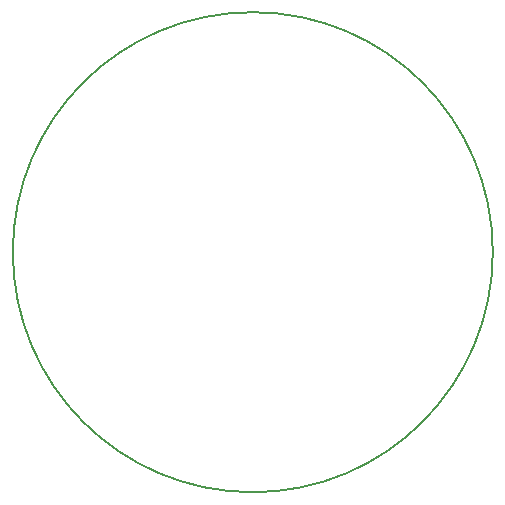
<source format=gko>
%FSLAX24Y24*%
%MOIN*%
G70*
G01*
G75*
G04 Layer_Color=16711935*
%ADD10C,0.0080*%
G04:AMPARAMS|DCode=11|XSize=50mil|YSize=100mil|CornerRadius=0mil|HoleSize=0mil|Usage=FLASHONLY|Rotation=56.000|XOffset=0mil|YOffset=0mil|HoleType=Round|Shape=Rectangle|*
%AMROTATEDRECTD11*
4,1,4,0.0275,-0.0487,-0.0554,0.0072,-0.0275,0.0487,0.0554,-0.0072,0.0275,-0.0487,0.0*
%
%ADD11ROTATEDRECTD11*%

G04:AMPARAMS|DCode=12|XSize=29.9mil|YSize=50mil|CornerRadius=0mil|HoleSize=0mil|Usage=FLASHONLY|Rotation=327.000|XOffset=0mil|YOffset=0mil|HoleType=Round|Shape=Rectangle|*
%AMROTATEDRECTD12*
4,1,4,-0.0262,-0.0128,0.0011,0.0291,0.0262,0.0128,-0.0011,-0.0291,-0.0262,-0.0128,0.0*
%
%ADD12ROTATEDRECTD12*%

%ADD13R,0.0276X0.0079*%
%ADD14R,0.0157X0.0236*%
%ADD15R,0.0591X0.1024*%
%ADD16R,0.0236X0.0157*%
%ADD17R,0.0138X0.0217*%
%ADD18R,0.0335X0.0118*%
%ADD19R,0.0197X0.0315*%
%ADD20R,0.0551X0.0453*%
%ADD21R,0.0197X0.0354*%
%ADD22O,0.0098X0.0335*%
%ADD23O,0.0335X0.0098*%
%ADD24R,0.1417X0.1417*%
%ADD25R,0.0394X0.0197*%
%ADD26R,0.0374X0.0335*%
%ADD27R,0.0650X0.1122*%
%ADD28R,0.0354X0.0118*%
%ADD29R,0.2126X0.0374*%
%ADD30R,0.2598X0.2598*%
%ADD31O,0.0354X0.0098*%
%ADD32O,0.0098X0.0354*%
%ADD33R,0.1378X0.0768*%
%ADD34R,0.0984X0.1260*%
G04:AMPARAMS|DCode=35|XSize=28.7mil|YSize=135mil|CornerRadius=0mil|HoleSize=0mil|Usage=FLASHONLY|Rotation=288.600|XOffset=0mil|YOffset=0mil|HoleType=Round|Shape=Rectangle|*
%AMROTATEDRECTD35*
4,1,4,-0.0686,-0.0079,0.0594,0.0352,0.0686,0.0079,-0.0594,-0.0352,-0.0686,-0.0079,0.0*
%
%ADD35ROTATEDRECTD35*%

%ADD36C,0.0060*%
%ADD37C,0.0200*%
%ADD38C,0.0100*%
%ADD39C,0.0300*%
%ADD40C,0.0630*%
%ADD41R,0.0591X0.0591*%
%ADD42C,0.0591*%
%ADD43C,0.0200*%
%ADD44C,0.0400*%
%ADD45C,0.0300*%
%ADD46C,0.0220*%
%ADD47C,0.0217*%
%ADD48C,0.0315*%
%ADD49C,0.0400*%
G04:AMPARAMS|DCode=50|XSize=87.244mil|YSize=87.244mil|CornerRadius=0mil|HoleSize=0mil|Usage=FLASHONLY|Rotation=0.000|XOffset=0mil|YOffset=0mil|HoleType=Round|Shape=Relief|Width=8mil|Gap=10mil|Entries=4|*
%AMTHD50*
7,0,0,0.0872,0.0672,0.0080,45*
%
%ADD50THD50*%
%ADD51C,0.0594*%
%ADD52C,0.0320*%
G04:AMPARAMS|DCode=53|XSize=60mil|YSize=60mil|CornerRadius=0mil|HoleSize=0mil|Usage=FLASHONLY|Rotation=0.000|XOffset=0mil|YOffset=0mil|HoleType=Round|Shape=Relief|Width=8mil|Gap=10mil|Entries=4|*
%AMTHD53*
7,0,0,0.0600,0.0400,0.0080,45*
%
%ADD53THD53*%
G04:AMPARAMS|DCode=54|XSize=48mil|YSize=48mil|CornerRadius=0mil|HoleSize=0mil|Usage=FLASHONLY|Rotation=0.000|XOffset=0mil|YOffset=0mil|HoleType=Round|Shape=Relief|Width=8mil|Gap=10mil|Entries=4|*
%AMTHD54*
7,0,0,0.0480,0.0280,0.0080,45*
%
%ADD54THD54*%
%ADD55C,0.0380*%
%ADD56C,0.0340*%
G04:AMPARAMS|DCode=57|XSize=50mil|YSize=50mil|CornerRadius=0mil|HoleSize=0mil|Usage=FLASHONLY|Rotation=0.000|XOffset=0mil|YOffset=0mil|HoleType=Round|Shape=Relief|Width=8mil|Gap=10mil|Entries=4|*
%AMTHD57*
7,0,0,0.0500,0.0300,0.0080,45*
%
%ADD57THD57*%
G04:AMPARAMS|DCode=58|XSize=47.874mil|YSize=47.874mil|CornerRadius=0mil|HoleSize=0mil|Usage=FLASHONLY|Rotation=0.000|XOffset=0mil|YOffset=0mil|HoleType=Round|Shape=Relief|Width=8mil|Gap=10mil|Entries=4|*
%AMTHD58*
7,0,0,0.0479,0.0279,0.0080,45*
%
%ADD58THD58*%
%ADD59C,0.0397*%
%ADD60C,0.0712*%
%ADD61C,0.0440*%
G04:AMPARAMS|DCode=62|XSize=54mil|YSize=54mil|CornerRadius=0mil|HoleSize=0mil|Usage=FLASHONLY|Rotation=0.000|XOffset=0mil|YOffset=0mil|HoleType=Round|Shape=Relief|Width=8mil|Gap=10mil|Entries=4|*
%AMTHD62*
7,0,0,0.0540,0.0340,0.0080,45*
%
%ADD62THD62*%
%ADD63C,0.0319*%
%ADD64R,0.1102X0.0492*%
%ADD65R,0.0157X0.0532*%
%ADD66R,0.0748X0.0630*%
%ADD67R,0.0630X0.0551*%
%ADD68R,0.0354X0.0157*%
G04:AMPARAMS|DCode=69|XSize=189mil|YSize=236.2mil|CornerRadius=0mil|HoleSize=0mil|Usage=FLASHONLY|Rotation=237.000|XOffset=0mil|YOffset=0mil|HoleType=Round|Shape=Rectangle|*
%AMROTATEDRECTD69*
4,1,4,-0.0476,0.1436,0.1505,0.0149,0.0476,-0.1436,-0.1505,-0.0149,-0.0476,0.1436,0.0*
%
%ADD69ROTATEDRECTD69*%

G04:AMPARAMS|DCode=70|XSize=15.7mil|YSize=31.5mil|CornerRadius=0mil|HoleSize=0mil|Usage=FLASHONLY|Rotation=237.000|XOffset=0mil|YOffset=0mil|HoleType=Round|Shape=Round|*
%AMOVALD70*
21,1,0.0157,0.0157,0.0000,0.0000,327.0*
1,1,0.0157,-0.0066,0.0043*
1,1,0.0157,0.0066,-0.0043*
%
%ADD70OVALD70*%

%ADD71R,0.0354X0.0197*%
%ADD72O,0.0315X0.0098*%
%ADD73O,0.0098X0.0315*%
%ADD74R,0.1299X0.1299*%
%ADD75C,0.0150*%
%ADD76C,0.0039*%
%ADD77C,0.0098*%
%ADD78C,0.0050*%
%ADD79C,0.0079*%
%ADD80R,0.0433X0.0551*%
G04:AMPARAMS|DCode=81|XSize=54mil|YSize=31.5mil|CornerRadius=0mil|HoleSize=0mil|Usage=FLASHONLY|Rotation=288.600|XOffset=0mil|YOffset=0mil|HoleType=Round|Shape=Rectangle|*
%AMROTATEDRECTD81*
4,1,4,-0.0236,0.0205,0.0063,0.0306,0.0236,-0.0205,-0.0063,-0.0306,-0.0236,0.0205,0.0*
%
%ADD81ROTATEDRECTD81*%

G04:AMPARAMS|DCode=82|XSize=56mil|YSize=106mil|CornerRadius=0mil|HoleSize=0mil|Usage=FLASHONLY|Rotation=56.000|XOffset=0mil|YOffset=0mil|HoleType=Round|Shape=Rectangle|*
%AMROTATEDRECTD82*
4,1,4,0.0283,-0.0529,-0.0596,0.0064,-0.0283,0.0529,0.0596,-0.0064,0.0283,-0.0529,0.0*
%
%ADD82ROTATEDRECTD82*%

G04:AMPARAMS|DCode=83|XSize=35.9mil|YSize=56mil|CornerRadius=0mil|HoleSize=0mil|Usage=FLASHONLY|Rotation=327.000|XOffset=0mil|YOffset=0mil|HoleType=Round|Shape=Rectangle|*
%AMROTATEDRECTD83*
4,1,4,-0.0303,-0.0137,0.0002,0.0333,0.0303,0.0137,-0.0002,-0.0333,-0.0303,-0.0137,0.0*
%
%ADD83ROTATEDRECTD83*%

%ADD84R,0.0336X0.0139*%
%ADD85R,0.0217X0.0296*%
%ADD86R,0.0651X0.1084*%
%ADD87R,0.0296X0.0217*%
%ADD88R,0.0198X0.0277*%
%ADD89R,0.0395X0.0178*%
%ADD90R,0.0257X0.0375*%
%ADD91R,0.0611X0.0513*%
%ADD92R,0.0257X0.0414*%
%ADD93O,0.0158X0.0395*%
%ADD94O,0.0395X0.0158*%
%ADD95R,0.1477X0.1477*%
%ADD96R,0.0454X0.0257*%
%ADD97R,0.0434X0.0395*%
%ADD98R,0.0710X0.1182*%
%ADD99R,0.0414X0.0178*%
%ADD100R,0.2186X0.0434*%
%ADD101R,0.2658X0.2658*%
%ADD102O,0.0414X0.0158*%
%ADD103O,0.0158X0.0414*%
%ADD104R,0.1438X0.0828*%
%ADD105R,0.1044X0.1320*%
G04:AMPARAMS|DCode=106|XSize=34.7mil|YSize=141mil|CornerRadius=0mil|HoleSize=0mil|Usage=FLASHONLY|Rotation=288.600|XOffset=0mil|YOffset=0mil|HoleType=Round|Shape=Rectangle|*
%AMROTATEDRECTD106*
4,1,4,-0.0724,-0.0060,0.0613,0.0390,0.0724,0.0060,-0.0613,-0.0390,-0.0724,-0.0060,0.0*
%
%ADD106ROTATEDRECTD106*%

%ADD107C,0.0690*%
%ADD108R,0.0651X0.0651*%
%ADD109C,0.0651*%
%ADD110C,0.0160*%
%ADD111R,0.1162X0.0552*%
%ADD112R,0.0236X0.0610*%
%ADD113R,0.0827X0.0709*%
%ADD114R,0.0709X0.0630*%
G04:AMPARAMS|DCode=115|XSize=195mil|YSize=242.2mil|CornerRadius=0mil|HoleSize=0mil|Usage=FLASHONLY|Rotation=237.000|XOffset=0mil|YOffset=0mil|HoleType=Round|Shape=Rectangle|*
%AMROTATEDRECTD115*
4,1,4,-0.0485,0.1477,0.1547,0.0158,0.0485,-0.1477,-0.1547,-0.0158,-0.0485,0.1477,0.0*
%
%ADD115ROTATEDRECTD115*%

G04:AMPARAMS|DCode=116|XSize=21.7mil|YSize=37.5mil|CornerRadius=0mil|HoleSize=0mil|Usage=FLASHONLY|Rotation=237.000|XOffset=0mil|YOffset=0mil|HoleType=Round|Shape=Round|*
%AMOVALD116*
21,1,0.0157,0.0217,0.0000,0.0000,327.0*
1,1,0.0217,-0.0066,0.0043*
1,1,0.0217,0.0066,-0.0043*
%
%ADD116OVALD116*%

%ADD117R,0.0414X0.0257*%
%ADD118O,0.0375X0.0158*%
%ADD119O,0.0158X0.0375*%
%ADD120R,0.1359X0.1359*%
%ADD121C,0.0075*%
D78*
X8000Y0D02*
G03*
X8000Y0I-8000J0D01*
G01*
M02*

</source>
